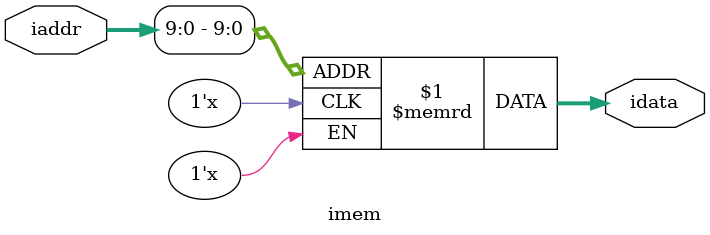
<source format=v>
`timescale 1ns / 1ps
module imem(
    input [31:0] iaddr,
    output [31:0] idata
    );
reg [31:0] IMEM[1023:0];

assign idata = IMEM[iaddr[9:0]];

endmodule

</source>
